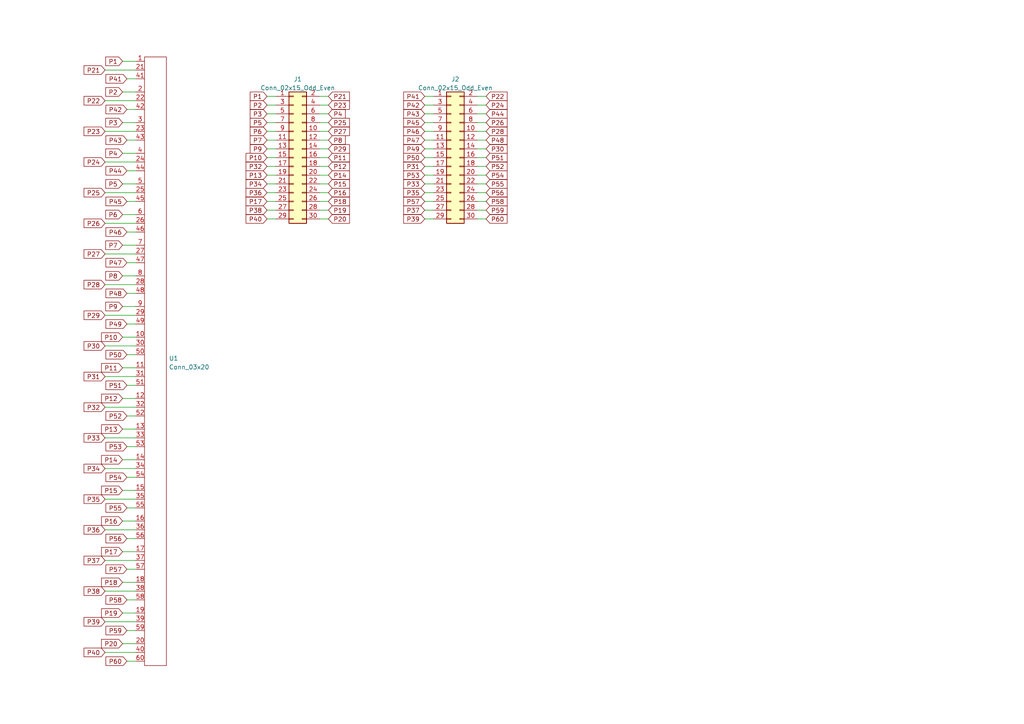
<source format=kicad_sch>
(kicad_sch (version 20211123) (generator eeschema)
  (paper "A4")
  (lib_symbols
    (symbol "Connector_Generic:Conn_02x15_Odd_Even" (pin_names (offset 1.016) hide)
      (property "Reference" "J" (at 1.27 20.32 0))
      (property "Value" "Conn_02x15_Odd_Even" (at 1.27 -20.32 0))
      (symbol "Conn_02x15_Odd_Even_1_1"
        (rectangle (start -1.27 -17.653) (end 0 -17.907) (stroke (width 0.1524)))
        (rectangle (start -1.27 -15.113) (end 0 -15.367) (stroke (width 0.1524)))
        (rectangle (start -1.27 -12.573) (end 0 -12.827) (stroke (width 0.1524)))
        (rectangle (start -1.27 -10.033) (end 0 -10.287) (stroke (width 0.1524)))
        (rectangle (start -1.27 -7.493) (end 0 -7.747) (stroke (width 0.1524)))
        (rectangle (start -1.27 -4.953) (end 0 -5.207) (stroke (width 0.1524)))
        (rectangle (start -1.27 -2.413) (end 0 -2.667) (stroke (width 0.1524)))
        (rectangle (start -1.27 0.127) (end 0 -0.127) (stroke (width 0.1524)))
        (rectangle (start -1.27 2.667) (end 0 2.413) (stroke (width 0.1524)))
        (rectangle (start -1.27 5.207) (end 0 4.953) (stroke (width 0.1524)))
        (rectangle (start -1.27 7.747) (end 0 7.493) (stroke (width 0.1524)))
        (rectangle (start -1.27 10.287) (end 0 10.033) (stroke (width 0.1524)))
        (rectangle (start -1.27 12.827) (end 0 12.573) (stroke (width 0.1524)))
        (rectangle (start -1.27 15.367) (end 0 15.113) (stroke (width 0.1524)))
        (rectangle (start -1.27 17.907) (end 0 17.653) (stroke (width 0.1524)))
        (rectangle (start -1.27 19.05) (end 3.81 -19.05) (stroke (width 0.254)) (fill (type background)))
        (rectangle (start 3.81 -17.653) (end 2.54 -17.907) (stroke (width 0.1524)))
        (rectangle (start 3.81 -15.113) (end 2.54 -15.367) (stroke (width 0.1524)))
        (rectangle (start 3.81 -12.573) (end 2.54 -12.827) (stroke (width 0.1524)))
        (rectangle (start 3.81 -10.033) (end 2.54 -10.287) (stroke (width 0.1524)))
        (rectangle (start 3.81 -7.493) (end 2.54 -7.747) (stroke (width 0.1524)))
        (rectangle (start 3.81 -4.953) (end 2.54 -5.207) (stroke (width 0.1524)))
        (rectangle (start 3.81 -2.413) (end 2.54 -2.667) (stroke (width 0.1524)))
        (rectangle (start 3.81 0.127) (end 2.54 -0.127) (stroke (width 0.1524)))
        (rectangle (start 3.81 2.667) (end 2.54 2.413) (stroke (width 0.1524)))
        (rectangle (start 3.81 5.207) (end 2.54 4.953) (stroke (width 0.1524)))
        (rectangle (start 3.81 7.747) (end 2.54 7.493) (stroke (width 0.1524)))
        (rectangle (start 3.81 10.287) (end 2.54 10.033) (stroke (width 0.1524)))
        (rectangle (start 3.81 12.827) (end 2.54 12.573) (stroke (width 0.1524)))
        (rectangle (start 3.81 15.367) (end 2.54 15.113) (stroke (width 0.1524)))
        (rectangle (start 3.81 17.907) (end 2.54 17.653) (stroke (width 0.1524)))
        (pin passive line (at -5.08 17.78 0) (length 3.81) (name "Pin_1") (number "1"))
        (pin passive line (at 7.62 7.62 180) (length 3.81) (name "Pin_10") (number "10"))
        (pin passive line (at -5.08 5.08 0) (length 3.81) (name "Pin_11") (number "11"))
        (pin passive line (at 7.62 5.08 180) (length 3.81) (name "Pin_12") (number "12"))
        (pin passive line (at -5.08 2.54 0) (length 3.81) (name "Pin_13") (number "13"))
        (pin passive line (at 7.62 2.54 180) (length 3.81) (name "Pin_14") (number "14"))
        (pin passive line (at -5.08 0 0) (length 3.81) (name "Pin_15") (number "15"))
        (pin passive line (at 7.62 0 180) (length 3.81) (name "Pin_16") (number "16"))
        (pin passive line (at -5.08 -2.54 0) (length 3.81) (name "Pin_17") (number "17"))
        (pin passive line (at 7.62 -2.54 180) (length 3.81) (name "Pin_18") (number "18"))
        (pin passive line (at -5.08 -5.08 0) (length 3.81) (name "Pin_19") (number "19"))
        (pin passive line (at 7.62 17.78 180) (length 3.81) (name "Pin_2") (number "2"))
        (pin passive line (at 7.62 -5.08 180) (length 3.81) (name "Pin_20") (number "20"))
        (pin passive line (at -5.08 -7.62 0) (length 3.81) (name "Pin_21") (number "21"))
        (pin passive line (at 7.62 -7.62 180) (length 3.81) (name "Pin_22") (number "22"))
        (pin passive line (at -5.08 -10.16 0) (length 3.81) (name "Pin_23") (number "23"))
        (pin passive line (at 7.62 -10.16 180) (length 3.81) (name "Pin_24") (number "24"))
        (pin passive line (at -5.08 -12.7 0) (length 3.81) (name "Pin_25") (number "25"))
        (pin passive line (at 7.62 -12.7 180) (length 3.81) (name "Pin_26") (number "26"))
        (pin passive line (at -5.08 -15.24 0) (length 3.81) (name "Pin_27") (number "27"))
        (pin passive line (at 7.62 -15.24 180) (length 3.81) (name "Pin_28") (number "28"))
        (pin passive line (at -5.08 -17.78 0) (length 3.81) (name "Pin_29") (number "29"))
        (pin passive line (at -5.08 15.24 0) (length 3.81) (name "Pin_3") (number "3"))
        (pin passive line (at 7.62 -17.78 180) (length 3.81) (name "Pin_30") (number "30"))
        (pin passive line (at 7.62 15.24 180) (length 3.81) (name "Pin_4") (number "4"))
        (pin passive line (at -5.08 12.7 0) (length 3.81) (name "Pin_5") (number "5"))
        (pin passive line (at 7.62 12.7 180) (length 3.81) (name "Pin_6") (number "6"))
        (pin passive line (at -5.08 10.16 0) (length 3.81) (name "Pin_7") (number "7"))
        (pin passive line (at 7.62 10.16 180) (length 3.81) (name "Pin_8") (number "8"))
        (pin passive line (at -5.08 7.62 0) (length 3.81) (name "Pin_9") (number "9"))
      )
    )
    (symbol "Connectors:Conn_03x20"
      (property "Reference" "U" (at 2.54 2.54 90))
      (property "Value" "Conn_03x20" (at 2.54 -8.89 90))
      (symbol "Conn_03x20_0_1"
        (rectangle (start -1.27 87.63) (end 5.08 -88.9) (stroke (width 0.1524)))
      )
      (symbol "Conn_03x20_1_1"
        (pin passive line (at -3.81 86.36 0) (length 2.54) (name "") (number "1"))
        (pin passive line (at -3.81 6.35 0) (length 2.54) (name "") (number "10"))
        (pin passive line (at -3.81 -2.54 0) (length 2.54) (name "") (number "11"))
        (pin passive line (at -3.81 -11.43 0) (length 2.54) (name "") (number "12"))
        (pin passive line (at -3.81 -20.32 0) (length 2.54) (name "") (number "13"))
        (pin passive line (at -3.81 -29.21 0) (length 2.54) (name "") (number "14"))
        (pin passive line (at -3.81 -38.1 0) (length 2.54) (name "") (number "15"))
        (pin passive line (at -3.81 -46.99 0) (length 2.54) (name "") (number "16"))
        (pin passive line (at -3.81 -55.88 0) (length 2.54) (name "") (number "17"))
        (pin passive line (at -3.81 -64.77 0) (length 2.54) (name "") (number "18"))
        (pin passive line (at -3.81 -73.66 0) (length 2.54) (name "") (number "19"))
        (pin passive line (at -3.81 77.47 0) (length 2.54) (name "") (number "2"))
        (pin passive line (at -3.81 -82.55 0) (length 2.54) (name "") (number "20"))
        (pin passive line (at -3.81 83.82 0) (length 2.54) (name "") (number "21"))
        (pin passive line (at -3.81 74.93 0) (length 2.54) (name "") (number "22"))
        (pin passive line (at -3.81 66.04 0) (length 2.54) (name "") (number "23"))
        (pin passive line (at -3.81 57.15 0) (length 2.54) (name "") (number "24"))
        (pin passive line (at -3.81 48.26 0) (length 2.54) (name "") (number "25"))
        (pin passive line (at -3.81 39.37 0) (length 2.54) (name "") (number "26"))
        (pin passive line (at -3.81 30.48 0) (length 2.54) (name "") (number "27"))
        (pin passive line (at -3.81 21.59 0) (length 2.54) (name "") (number "28"))
        (pin passive line (at -3.81 12.7 0) (length 2.54) (name "") (number "29"))
        (pin passive line (at -3.81 68.58 0) (length 2.54) (name "") (number "3"))
        (pin passive line (at -3.81 3.81 0) (length 2.54) (name "") (number "30"))
        (pin passive line (at -3.81 -5.08 0) (length 2.54) (name "") (number "31"))
        (pin passive line (at -3.81 -13.97 0) (length 2.54) (name "") (number "32"))
        (pin passive line (at -3.81 -22.86 0) (length 2.54) (name "") (number "33"))
        (pin passive line (at -3.81 -31.75 0) (length 2.54) (name "") (number "34"))
        (pin passive line (at -3.81 -40.64 0) (length 2.54) (name "") (number "35"))
        (pin passive line (at -3.81 -49.53 0) (length 2.54) (name "") (number "36"))
        (pin passive line (at -3.81 -58.42 0) (length 2.54) (name "") (number "37"))
        (pin passive line (at -3.81 -67.31 0) (length 2.54) (name "") (number "38"))
        (pin passive line (at -3.81 -76.2 0) (length 2.54) (name "") (number "39"))
        (pin passive line (at -3.81 59.69 0) (length 2.54) (name "") (number "4"))
        (pin passive line (at -3.81 -85.09 0) (length 2.54) (name "") (number "40"))
        (pin passive line (at -3.81 81.28 0) (length 2.54) (name "") (number "41"))
        (pin passive line (at -3.81 72.39 0) (length 2.54) (name "") (number "42"))
        (pin passive line (at -3.81 63.5 0) (length 2.54) (name "") (number "43"))
        (pin passive line (at -3.81 54.61 0) (length 2.54) (name "") (number "44"))
        (pin passive line (at -3.81 45.72 0) (length 2.54) (name "") (number "45"))
        (pin passive line (at -3.81 36.83 0) (length 2.54) (name "") (number "46"))
        (pin passive line (at -3.81 27.94 0) (length 2.54) (name "") (number "47"))
        (pin passive line (at -3.81 19.05 0) (length 2.54) (name "") (number "48"))
        (pin passive line (at -3.81 10.16 0) (length 2.54) (name "") (number "49"))
        (pin passive line (at -3.81 50.8 0) (length 2.54) (name "") (number "5"))
        (pin passive line (at -3.81 1.27 0) (length 2.54) (name "") (number "50"))
        (pin passive line (at -3.81 -7.62 0) (length 2.54) (name "") (number "51"))
        (pin passive line (at -3.81 -16.51 0) (length 2.54) (name "") (number "52"))
        (pin passive line (at -3.81 -25.4 0) (length 2.54) (name "") (number "53"))
        (pin passive line (at -3.81 -34.29 0) (length 2.54) (name "") (number "54"))
        (pin passive line (at -3.81 -43.18 0) (length 2.54) (name "") (number "55"))
        (pin passive line (at -3.81 -52.07 0) (length 2.54) (name "") (number "56"))
        (pin passive line (at -3.81 -60.96 0) (length 2.54) (name "") (number "57"))
        (pin passive line (at -3.81 -69.85 0) (length 2.54) (name "") (number "58"))
        (pin passive line (at -3.81 -78.74 0) (length 2.54) (name "") (number "59"))
        (pin passive line (at -3.81 41.91 0) (length 2.54) (name "") (number "6"))
        (pin passive line (at -3.81 -87.63 0) (length 2.54) (name "") (number "60"))
        (pin passive line (at -3.81 33.02 0) (length 2.54) (name "") (number "7"))
        (pin passive line (at -3.81 24.13 0) (length 2.54) (name "") (number "8"))
        (pin passive line (at -3.81 15.24 0) (length 2.54) (name "") (number "9"))
      )
    )
  )
  (wire (pts (xy 36.83 67.31) (xy 39.37 67.31)))
  (wire (pts (xy 36.83 138.43) (xy 39.37 138.43)))
  (wire (pts (xy 35.56 151.13) (xy 39.37 151.13)))
  (wire (pts (xy 92.71 55.88) (xy 95.25 55.88)))
  (wire (pts (xy 36.83 191.77) (xy 39.37 191.77)))
  (wire (pts (xy 138.43 60.96) (xy 140.97 60.96)))
  (wire (pts (xy 123.19 43.18) (xy 125.73 43.18)))
  (wire (pts (xy 35.56 142.24) (xy 39.37 142.24)))
  (wire (pts (xy 35.56 97.79) (xy 39.37 97.79)))
  (wire (pts (xy 123.19 48.26) (xy 125.73 48.26)))
  (wire (pts (xy 35.56 17.78) (xy 39.37 17.78)))
  (wire (pts (xy 92.71 50.8) (xy 95.25 50.8)))
  (wire (pts (xy 30.48 82.55) (xy 39.37 82.55)))
  (wire (pts (xy 92.71 43.18) (xy 95.25 43.18)))
  (wire (pts (xy 123.19 53.34) (xy 125.73 53.34)))
  (wire (pts (xy 138.43 53.34) (xy 140.97 53.34)))
  (wire (pts (xy 30.48 46.99) (xy 39.37 46.99)))
  (wire (pts (xy 77.47 45.72) (xy 80.01 45.72)))
  (wire (pts (xy 36.83 182.88) (xy 39.37 182.88)))
  (wire (pts (xy 35.56 53.34) (xy 39.37 53.34)))
  (wire (pts (xy 35.56 124.46) (xy 39.37 124.46)))
  (wire (pts (xy 36.83 85.09) (xy 39.37 85.09)))
  (wire (pts (xy 92.71 38.1) (xy 95.25 38.1)))
  (wire (pts (xy 92.71 60.96) (xy 95.25 60.96)))
  (wire (pts (xy 30.48 118.11) (xy 39.37 118.11)))
  (wire (pts (xy 30.48 189.23) (xy 39.37 189.23)))
  (wire (pts (xy 30.48 171.45) (xy 39.37 171.45)))
  (wire (pts (xy 92.71 27.94) (xy 95.25 27.94)))
  (wire (pts (xy 36.83 49.53) (xy 39.37 49.53)))
  (wire (pts (xy 123.19 33.02) (xy 125.73 33.02)))
  (wire (pts (xy 138.43 48.26) (xy 140.97 48.26)))
  (wire (pts (xy 123.19 30.48) (xy 125.73 30.48)))
  (wire (pts (xy 35.56 35.56) (xy 39.37 35.56)))
  (wire (pts (xy 123.19 55.88) (xy 125.73 55.88)))
  (wire (pts (xy 35.56 62.23) (xy 39.37 62.23)))
  (wire (pts (xy 30.48 153.67) (xy 39.37 153.67)))
  (wire (pts (xy 77.47 43.18) (xy 80.01 43.18)))
  (wire (pts (xy 77.47 33.02) (xy 80.01 33.02)))
  (wire (pts (xy 35.56 168.91) (xy 39.37 168.91)))
  (wire (pts (xy 92.71 63.5) (xy 95.25 63.5)))
  (wire (pts (xy 77.47 63.5) (xy 80.01 63.5)))
  (wire (pts (xy 138.43 40.64) (xy 140.97 40.64)))
  (wire (pts (xy 35.56 88.9) (xy 39.37 88.9)))
  (wire (pts (xy 36.83 102.87) (xy 39.37 102.87)))
  (wire (pts (xy 30.48 55.88) (xy 39.37 55.88)))
  (wire (pts (xy 123.19 58.42) (xy 125.73 58.42)))
  (wire (pts (xy 30.48 73.66) (xy 39.37 73.66)))
  (wire (pts (xy 138.43 33.02) (xy 140.97 33.02)))
  (wire (pts (xy 30.48 20.32) (xy 39.37 20.32)))
  (wire (pts (xy 138.43 45.72) (xy 140.97 45.72)))
  (wire (pts (xy 138.43 30.48) (xy 140.97 30.48)))
  (wire (pts (xy 77.47 58.42) (xy 80.01 58.42)))
  (wire (pts (xy 36.83 22.86) (xy 39.37 22.86)))
  (wire (pts (xy 36.83 165.1) (xy 39.37 165.1)))
  (wire (pts (xy 30.48 91.44) (xy 39.37 91.44)))
  (wire (pts (xy 138.43 63.5) (xy 140.97 63.5)))
  (wire (pts (xy 36.83 156.21) (xy 39.37 156.21)))
  (wire (pts (xy 92.71 35.56) (xy 95.25 35.56)))
  (wire (pts (xy 30.48 38.1) (xy 39.37 38.1)))
  (wire (pts (xy 138.43 58.42) (xy 140.97 58.42)))
  (wire (pts (xy 138.43 55.88) (xy 140.97 55.88)))
  (wire (pts (xy 77.47 60.96) (xy 80.01 60.96)))
  (wire (pts (xy 30.48 162.56) (xy 39.37 162.56)))
  (wire (pts (xy 77.47 53.34) (xy 80.01 53.34)))
  (wire (pts (xy 123.19 63.5) (xy 125.73 63.5)))
  (wire (pts (xy 92.71 53.34) (xy 95.25 53.34)))
  (wire (pts (xy 36.83 111.76) (xy 39.37 111.76)))
  (wire (pts (xy 123.19 38.1) (xy 125.73 38.1)))
  (wire (pts (xy 92.71 33.02) (xy 95.25 33.02)))
  (wire (pts (xy 77.47 55.88) (xy 80.01 55.88)))
  (wire (pts (xy 30.48 180.34) (xy 39.37 180.34)))
  (wire (pts (xy 36.83 173.99) (xy 39.37 173.99)))
  (wire (pts (xy 36.83 93.98) (xy 39.37 93.98)))
  (wire (pts (xy 35.56 186.69) (xy 39.37 186.69)))
  (wire (pts (xy 36.83 76.2) (xy 39.37 76.2)))
  (wire (pts (xy 30.48 64.77) (xy 39.37 64.77)))
  (wire (pts (xy 123.19 45.72) (xy 125.73 45.72)))
  (wire (pts (xy 36.83 58.42) (xy 39.37 58.42)))
  (wire (pts (xy 35.56 115.57) (xy 39.37 115.57)))
  (wire (pts (xy 35.56 177.8) (xy 39.37 177.8)))
  (wire (pts (xy 123.19 60.96) (xy 125.73 60.96)))
  (wire (pts (xy 36.83 120.65) (xy 39.37 120.65)))
  (wire (pts (xy 92.71 40.64) (xy 95.25 40.64)))
  (wire (pts (xy 77.47 38.1) (xy 80.01 38.1)))
  (wire (pts (xy 138.43 43.18) (xy 140.97 43.18)))
  (wire (pts (xy 138.43 27.94) (xy 140.97 27.94)))
  (wire (pts (xy 35.56 44.45) (xy 39.37 44.45)))
  (wire (pts (xy 123.19 35.56) (xy 125.73 35.56)))
  (wire (pts (xy 77.47 35.56) (xy 80.01 35.56)))
  (wire (pts (xy 30.48 109.22) (xy 39.37 109.22)))
  (wire (pts (xy 30.48 144.78) (xy 39.37 144.78)))
  (wire (pts (xy 35.56 26.67) (xy 39.37 26.67)))
  (wire (pts (xy 138.43 38.1) (xy 140.97 38.1)))
  (wire (pts (xy 35.56 80.01) (xy 39.37 80.01)))
  (wire (pts (xy 36.83 129.54) (xy 39.37 129.54)))
  (wire (pts (xy 30.48 29.21) (xy 39.37 29.21)))
  (wire (pts (xy 30.48 100.33) (xy 39.37 100.33)))
  (wire (pts (xy 35.56 160.02) (xy 39.37 160.02)))
  (wire (pts (xy 35.56 133.35) (xy 39.37 133.35)))
  (wire (pts (xy 92.71 58.42) (xy 95.25 58.42)))
  (wire (pts (xy 138.43 35.56) (xy 140.97 35.56)))
  (wire (pts (xy 123.19 50.8) (xy 125.73 50.8)))
  (wire (pts (xy 138.43 50.8) (xy 140.97 50.8)))
  (wire (pts (xy 123.19 27.94) (xy 125.73 27.94)))
  (wire (pts (xy 30.48 135.89) (xy 39.37 135.89)))
  (wire (pts (xy 36.83 40.64) (xy 39.37 40.64)))
  (wire (pts (xy 35.56 106.68) (xy 39.37 106.68)))
  (wire (pts (xy 77.47 50.8) (xy 80.01 50.8)))
  (wire (pts (xy 36.83 147.32) (xy 39.37 147.32)))
  (wire (pts (xy 77.47 40.64) (xy 80.01 40.64)))
  (wire (pts (xy 35.56 71.12) (xy 39.37 71.12)))
  (wire (pts (xy 30.48 127) (xy 39.37 127)))
  (wire (pts (xy 77.47 30.48) (xy 80.01 30.48)))
  (wire (pts (xy 92.71 45.72) (xy 95.25 45.72)))
  (wire (pts (xy 92.71 30.48) (xy 95.25 30.48)))
  (wire (pts (xy 77.47 27.94) (xy 80.01 27.94)))
  (wire (pts (xy 92.71 48.26) (xy 95.25 48.26)))
  (wire (pts (xy 123.19 40.64) (xy 125.73 40.64)))
  (wire (pts (xy 36.83 31.75) (xy 39.37 31.75)))
  (wire (pts (xy 77.47 48.26) (xy 80.01 48.26)))
  (global_label "P53" (shape input) (at 123.19 50.8 180) (property "插入图纸页参考" "${INTERSHEET_REFS}" (effects hide)))
  (global_label "P56" (shape input) (at 140.97 55.88 0) (property "插入图纸页参考" "${INTERSHEET_REFS}" (effects hide)))
  (global_label "P30" (shape input) (at 30.48 100.33 180) (property "插入图纸页参考" "${INTERSHEET_REFS}" (effects hide)))
  (global_label "P44" (shape input) (at 36.83 49.53 180) (property "插入图纸页参考" "${INTERSHEET_REFS}" (effects hide)))
  (global_label "P11" (shape input) (at 35.56 106.68 180) (property "插入图纸页参考" "${INTERSHEET_REFS}" (effects hide)))
  (global_label "P35" (shape input) (at 123.19 55.88 180) (property "插入图纸页参考" "${INTERSHEET_REFS}" (effects hide)))
  (global_label "P23" (shape input) (at 30.48 38.1 180) (property "插入图纸页参考" "${INTERSHEET_REFS}" (effects hide)))
  (global_label "P29" (shape input) (at 30.48 91.44 180) (property "插入图纸页参考" "${INTERSHEET_REFS}" (effects hide)))
  (global_label "P4" (shape input) (at 35.56 44.45 180) (property "插入图纸页参考" "${INTERSHEET_REFS}" (effects hide)))
  (global_label "P60" (shape input) (at 140.97 63.5 0) (property "插入图纸页参考" "${INTERSHEET_REFS}" (effects hide)))
  (global_label "P8" (shape input) (at 95.25 40.64 0) (property "插入图纸页参考" "${INTERSHEET_REFS}" (effects hide)))
  (global_label "P5" (shape input) (at 77.47 35.56 180) (property "插入图纸页参考" "${INTERSHEET_REFS}" (effects hide)))
  (global_label "P47" (shape input) (at 36.83 76.2 180) (property "插入图纸页参考" "${INTERSHEET_REFS}" (effects hide)))
  (global_label "P13" (shape input) (at 77.47 50.8 180) (property "插入图纸页参考" "${INTERSHEET_REFS}" (effects hide)))
  (global_label "P52" (shape input) (at 36.83 120.65 180) (property "插入图纸页参考" "${INTERSHEET_REFS}" (effects hide)))
  (global_label "P18" (shape input) (at 35.56 168.91 180) (property "插入图纸页参考" "${INTERSHEET_REFS}" (effects hide)))
  (global_label "P39" (shape input) (at 30.48 180.34 180) (property "插入图纸页参考" "${INTERSHEET_REFS}" (effects hide)))
  (global_label "P10" (shape input) (at 35.56 97.79 180) (property "插入图纸页参考" "${INTERSHEET_REFS}" (effects hide)))
  (global_label "P47" (shape input) (at 123.19 40.64 180) (property "插入图纸页参考" "${INTERSHEET_REFS}" (effects hide)))
  (global_label "P40" (shape input) (at 30.48 189.23 180) (property "插入图纸页参考" "${INTERSHEET_REFS}" (effects hide)))
  (global_label "P3" (shape input) (at 35.56 35.56 180) (property "插入图纸页参考" "${INTERSHEET_REFS}" (effects hide)))
  (global_label "P1" (shape input) (at 35.56 17.78 180) (property "插入图纸页参考" "${INTERSHEET_REFS}" (effects hide)))
  (global_label "P18" (shape input) (at 95.25 58.42 0) (property "插入图纸页参考" "${INTERSHEET_REFS}" (effects hide)))
  (global_label "P16" (shape input) (at 35.56 151.13 180) (property "插入图纸页参考" "${INTERSHEET_REFS}" (effects hide)))
  (global_label "P8" (shape input) (at 35.56 80.01 180) (property "插入图纸页参考" "${INTERSHEET_REFS}" (effects hide)))
  (global_label "P12" (shape input) (at 95.25 48.26 0) (property "插入图纸页参考" "${INTERSHEET_REFS}" (effects hide)))
  (global_label "P1" (shape input) (at 77.47 27.94 180) (property "插入图纸页参考" "${INTERSHEET_REFS}" (effects hide)))
  (global_label "P10" (shape input) (at 77.47 45.72 180) (property "插入图纸页参考" "${INTERSHEET_REFS}" (effects hide)))
  (global_label "P17" (shape input) (at 77.47 58.42 180) (property "插入图纸页参考" "${INTERSHEET_REFS}" (effects hide)))
  (global_label "P42" (shape input) (at 123.19 30.48 180) (property "插入图纸页参考" "${INTERSHEET_REFS}" (effects hide)))
  (global_label "P52" (shape input) (at 140.97 48.26 0) (property "插入图纸页参考" "${INTERSHEET_REFS}" (effects hide)))
  (global_label "P58" (shape input) (at 140.97 58.42 0) (property "插入图纸页参考" "${INTERSHEET_REFS}" (effects hide)))
  (global_label "P15" (shape input) (at 95.25 53.34 0) (property "插入图纸页参考" "${INTERSHEET_REFS}" (effects hide)))
  (global_label "P41" (shape input) (at 123.19 27.94 180) (property "插入图纸页参考" "${INTERSHEET_REFS}" (effects hide)))
  (global_label "P17" (shape input) (at 35.56 160.02 180) (property "插入图纸页参考" "${INTERSHEET_REFS}" (effects hide)))
  (global_label "P13" (shape input) (at 35.56 124.46 180) (property "插入图纸页参考" "${INTERSHEET_REFS}" (effects hide)))
  (global_label "P24" (shape input) (at 140.97 30.48 0) (property "插入图纸页参考" "${INTERSHEET_REFS}" (effects hide)))
  (global_label "P27" (shape input) (at 30.48 73.66 180) (property "插入图纸页参考" "${INTERSHEET_REFS}" (effects hide)))
  (global_label "P45" (shape input) (at 36.83 58.42 180) (property "插入图纸页参考" "${INTERSHEET_REFS}" (effects hide)))
  (global_label "P48" (shape input) (at 140.97 40.64 0) (property "插入图纸页参考" "${INTERSHEET_REFS}" (effects hide)))
  (global_label "P57" (shape input) (at 123.19 58.42 180) (property "插入图纸页参考" "${INTERSHEET_REFS}" (effects hide)))
  (global_label "P43" (shape input) (at 123.19 33.02 180) (property "插入图纸页参考" "${INTERSHEET_REFS}" (effects hide)))
  (global_label "P56" (shape input) (at 36.83 156.21 180) (property "插入图纸页参考" "${INTERSHEET_REFS}" (effects hide)))
  (global_label "P23" (shape input) (at 95.25 30.48 0) (property "插入图纸页参考" "${INTERSHEET_REFS}" (effects hide)))
  (global_label "P58" (shape input) (at 36.83 173.99 180) (property "插入图纸页参考" "${INTERSHEET_REFS}" (effects hide)))
  (global_label "P57" (shape input) (at 36.83 165.1 180) (property "插入图纸页参考" "${INTERSHEET_REFS}" (effects hide)))
  (global_label "P46" (shape input) (at 36.83 67.31 180) (property "插入图纸页参考" "${INTERSHEET_REFS}" (effects hide)))
  (global_label "P46" (shape input) (at 123.19 38.1 180) (property "插入图纸页参考" "${INTERSHEET_REFS}" (effects hide)))
  (global_label "P36" (shape input) (at 30.48 153.67 180) (property "插入图纸页参考" "${INTERSHEET_REFS}" (effects hide)))
  (global_label "P7" (shape input) (at 35.56 71.12 180) (property "插入图纸页参考" "${INTERSHEET_REFS}" (effects hide)))
  (global_label "P36" (shape input) (at 77.47 55.88 180) (property "插入图纸页参考" "${INTERSHEET_REFS}" (effects hide)))
  (global_label "P35" (shape input) (at 30.48 144.78 180) (property "插入图纸页参考" "${INTERSHEET_REFS}" (effects hide)))
  (global_label "P45" (shape input) (at 123.19 35.56 180) (property "插入图纸页参考" "${INTERSHEET_REFS}" (effects hide)))
  (global_label "P28" (shape input) (at 30.48 82.55 180) (property "插入图纸页参考" "${INTERSHEET_REFS}" (effects hide)))
  (global_label "P19" (shape input) (at 95.25 60.96 0) (property "插入图纸页参考" "${INTERSHEET_REFS}" (effects hide)))
  (global_label "P54" (shape input) (at 140.97 50.8 0) (property "插入图纸页参考" "${INTERSHEET_REFS}" (effects hide)))
  (global_label "P49" (shape input) (at 123.19 43.18 180) (property "插入图纸页参考" "${INTERSHEET_REFS}" (effects hide)))
  (global_label "P3" (shape input) (at 77.47 33.02 180) (property "插入图纸页参考" "${INTERSHEET_REFS}" (effects hide)))
  (global_label "P33" (shape input) (at 30.48 127 180) (property "插入图纸页参考" "${INTERSHEET_REFS}" (effects hide)))
  (global_label "P51" (shape input) (at 140.97 45.72 0) (property "插入图纸页参考" "${INTERSHEET_REFS}" (effects hide)))
  (global_label "P14" (shape input) (at 35.56 133.35 180) (property "插入图纸页参考" "${INTERSHEET_REFS}" (effects hide)))
  (global_label "P40" (shape input) (at 77.47 63.5 180) (property "插入图纸页参考" "${INTERSHEET_REFS}" (effects hide)))
  (global_label "P38" (shape input) (at 77.47 60.96 180) (property "插入图纸页参考" "${INTERSHEET_REFS}" (effects hide)))
  (global_label "P55" (shape input) (at 36.83 147.32 180) (property "插入图纸页参考" "${INTERSHEET_REFS}" (effects hide)))
  (global_label "P37" (shape input) (at 123.19 60.96 180) (property "插入图纸页参考" "${INTERSHEET_REFS}" (effects hide)))
  (global_label "P38" (shape input) (at 30.48 171.45 180) (property "插入图纸页参考" "${INTERSHEET_REFS}" (effects hide)))
  (global_label "P31" (shape input) (at 123.19 48.26 180) (property "插入图纸页参考" "${INTERSHEET_REFS}" (effects hide)))
  (global_label "P29" (shape input) (at 95.25 43.18 0) (property "插入图纸页参考" "${INTERSHEET_REFS}" (effects hide)))
  (global_label "P48" (shape input) (at 36.83 85.09 180) (property "插入图纸页参考" "${INTERSHEET_REFS}" (effects hide)))
  (global_label "P26" (shape input) (at 30.48 64.77 180) (property "插入图纸页参考" "${INTERSHEET_REFS}" (effects hide)))
  (global_label "P42" (shape input) (at 36.83 31.75 180) (property "插入图纸页参考" "${INTERSHEET_REFS}" (effects hide)))
  (global_label "P59" (shape input) (at 36.83 182.88 180) (property "插入图纸页参考" "${INTERSHEET_REFS}" (effects hide)))
  (global_label "P9" (shape input) (at 35.56 88.9 180) (property "插入图纸页参考" "${INTERSHEET_REFS}" (effects hide)))
  (global_label "P14" (shape input) (at 95.25 50.8 0) (property "插入图纸页参考" "${INTERSHEET_REFS}" (effects hide)))
  (global_label "P25" (shape input) (at 30.48 55.88 180) (property "插入图纸页参考" "${INTERSHEET_REFS}" (effects hide)))
  (global_label "P7" (shape input) (at 77.47 40.64 180) (property "插入图纸页参考" "${INTERSHEET_REFS}" (effects hide)))
  (global_label "P44" (shape input) (at 140.97 33.02 0) (property "插入图纸页参考" "${INTERSHEET_REFS}" (effects hide)))
  (global_label "P22" (shape input) (at 140.97 27.94 0) (property "插入图纸页参考" "${INTERSHEET_REFS}" (effects hide)))
  (global_label "P2" (shape input) (at 35.56 26.67 180) (property "插入图纸页参考" "${INTERSHEET_REFS}" (effects hide)))
  (global_label "P19" (shape input) (at 35.56 177.8 180) (property "插入图纸页参考" "${INTERSHEET_REFS}" (effects hide)))
  (global_label "P6" (shape input) (at 77.47 38.1 180) (property "插入图纸页参考" "${INTERSHEET_REFS}" (effects hide)))
  (global_label "P12" (shape input) (at 35.56 115.57 180) (property "插入图纸页参考" "${INTERSHEET_REFS}" (effects hide)))
  (global_label "P9" (shape input) (at 77.47 43.18 180) (property "插入图纸页参考" "${INTERSHEET_REFS}" (effects hide)))
  (global_label "P32" (shape input) (at 77.47 48.26 180) (property "插入图纸页参考" "${INTERSHEET_REFS}" (effects hide)))
  (global_label "P26" (shape input) (at 140.97 35.56 0) (property "插入图纸页参考" "${INTERSHEET_REFS}" (effects hide)))
  (global_label "P50" (shape input) (at 36.83 102.87 180) (property "插入图纸页参考" "${INTERSHEET_REFS}" (effects hide)))
  (global_label "P39" (shape input) (at 123.19 63.5 180) (property "插入图纸页参考" "${INTERSHEET_REFS}" (effects hide)))
  (global_label "P21" (shape input) (at 95.25 27.94 0) (property "插入图纸页参考" "${INTERSHEET_REFS}" (effects hide)))
  (global_label "P33" (shape input) (at 123.19 53.34 180) (property "插入图纸页参考" "${INTERSHEET_REFS}" (effects hide)))
  (global_label "P41" (shape input) (at 36.83 22.86 180) (property "插入图纸页参考" "${INTERSHEET_REFS}" (effects hide)))
  (global_label "P37" (shape input) (at 30.48 162.56 180) (property "插入图纸页参考" "${INTERSHEET_REFS}" (effects hide)))
  (global_label "P59" (shape input) (at 140.97 60.96 0) (property "插入图纸页参考" "${INTERSHEET_REFS}" (effects hide)))
  (global_label "P53" (shape input) (at 36.83 129.54 180) (property "插入图纸页参考" "${INTERSHEET_REFS}" (effects hide)))
  (global_label "P4" (shape input) (at 95.25 33.02 0) (property "插入图纸页参考" "${INTERSHEET_REFS}" (effects hide)))
  (global_label "P20" (shape input) (at 95.25 63.5 0) (property "插入图纸页参考" "${INTERSHEET_REFS}" (effects hide)))
  (global_label "P51" (shape input) (at 36.83 111.76 180) (property "插入图纸页参考" "${INTERSHEET_REFS}" (effects hide)))
  (global_label "P24" (shape input) (at 30.48 46.99 180) (property "插入图纸页参考" "${INTERSHEET_REFS}" (effects hide)))
  (global_label "P11" (shape input) (at 95.25 45.72 0) (property "插入图纸页参考" "${INTERSHEET_REFS}" (effects hide)))
  (global_label "P54" (shape input) (at 36.83 138.43 180) (property "插入图纸页参考" "${INTERSHEET_REFS}" (effects hide)))
  (global_label "P21" (shape input) (at 30.48 20.32 180) (property "插入图纸页参考" "${INTERSHEET_REFS}" (effects hide)))
  (global_label "P6" (shape input) (at 35.56 62.23 180) (property "插入图纸页参考" "${INTERSHEET_REFS}" (effects hide)))
  (global_label "P5" (shape input) (at 35.56 53.34 180) (property "插入图纸页参考" "${INTERSHEET_REFS}" (effects hide)))
  (global_label "P60" (shape input) (at 36.83 191.77 180) (property "插入图纸页参考" "${INTERSHEET_REFS}" (effects hide)))
  (global_label "P55" (shape input) (at 140.97 53.34 0) (property "插入图纸页参考" "${INTERSHEET_REFS}" (effects hide)))
  (global_label "P28" (shape input) (at 140.97 38.1 0) (property "插入图纸页参考" "${INTERSHEET_REFS}" (effects hide)))
  (global_label "P15" (shape input) (at 35.56 142.24 180) (property "插入图纸页参考" "${INTERSHEET_REFS}" (effects hide)))
  (global_label "P49" (shape input) (at 36.83 93.98 180) (property "插入图纸页参考" "${INTERSHEET_REFS}" (effects hide)))
  (global_label "P34" (shape input) (at 30.48 135.89 180) (property "插入图纸页参考" "${INTERSHEET_REFS}" (effects hide)))
  (global_label "P27" (shape input) (at 95.25 38.1 0) (property "插入图纸页参考" "${INTERSHEET_REFS}" (effects hide)))
  (global_label "P34" (shape input) (at 77.47 53.34 180) (property "插入图纸页参考" "${INTERSHEET_REFS}" (effects hide)))
  (global_label "P16" (shape input) (at 95.25 55.88 0) (property "插入图纸页参考" "${INTERSHEET_REFS}" (effects hide)))
  (global_label "P2" (shape input) (at 77.47 30.48 180) (property "插入图纸页参考" "${INTERSHEET_REFS}" (effects hide)))
  (global_label "P20" (shape input) (at 35.56 186.69 180) (property "插入图纸页参考" "${INTERSHEET_REFS}" (effects hide)))
  (global_label "P32" (shape input) (at 30.48 118.11 180) (property "插入图纸页参考" "${INTERSHEET_REFS}" (effects hide)))
  (global_label "P25" (shape input) (at 95.25 35.56 0) (property "插入图纸页参考" "${INTERSHEET_REFS}" (effects hide)))
  (global_label "P22" (shape input) (at 30.48 29.21 180) (property "插入图纸页参考" "${INTERSHEET_REFS}" (effects hide)))
  (global_label "P31" (shape input) (at 30.48 109.22 180) (property "插入图纸页参考" "${INTERSHEET_REFS}" (effects hide)))
  (global_label "P43" (shape input) (at 36.83 40.64 180) (property "插入图纸页参考" "${INTERSHEET_REFS}" (effects hide)))
  (global_label "P50" (shape input) (at 123.19 45.72 180) (property "插入图纸页参考" "${INTERSHEET_REFS}" (effects hide)))
  (global_label "P30" (shape input) (at 140.97 43.18 0) (property "插入图纸页参考" "${INTERSHEET_REFS}" (effects hide)))
  (symbol (lib_id "Connector_Generic:Conn_02x15_Odd_Even") (at 130.81 45.72 0) (unit 1)
    (property "Reference" "J2" (at 132.08 22.9702 0))
    (property "Value" "Conn_02x15_Odd_Even" (at 132.08 25.5071 0))
    (property "Footprint" "Connector_IDC:IDC-Header_2x15_P2.54mm_Vertical" (effects hide))
  )
  (symbol (lib_id "Connectors:Conn_03x20") (at 43.18 104.14 0) (unit 1)
    (property "Reference" "U1" (at 48.9712 103.9403 0) (effects (justify left)))
    (property "Value" "Conn_03x20" (at 48.9712 106.4772 0) (effects (justify left)))
    (property "Footprint" "Connectors:Conn_3x20_P2.54mm_Vertical" (effects hide))
  )
  (symbol (lib_id "Connector_Generic:Conn_02x15_Odd_Even") (at 85.09 45.72 0) (unit 1)
    (property "Reference" "J1" (at 86.36 22.9702 0))
    (property "Value" "Conn_02x15_Odd_Even" (at 86.36 25.5071 0))
    (property "Footprint" "Connector_IDC:IDC-Header_2x15_P2.54mm_Vertical" (effects hide))
  )
)
</source>
